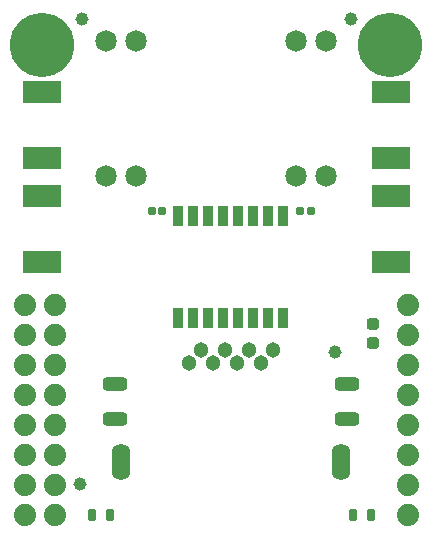
<source format=gts>
G04*
G04 #@! TF.GenerationSoftware,Altium Limited,Altium Designer,21.7.2 (23)*
G04*
G04 Layer_Color=8388736*
%FSLAX25Y25*%
%MOIN*%
G70*
G04*
G04 #@! TF.SameCoordinates,CC107787-991B-443C-84B7-B8317AFA6C2B*
G04*
G04*
G04 #@! TF.FilePolarity,Negative*
G04*
G01*
G75*
%ADD26R,0.03353X0.06896*%
%ADD27R,0.12998X0.07487*%
G04:AMPARAMS|DCode=28|XSize=43.37mil|YSize=82.74mil|CornerRadius=11.84mil|HoleSize=0mil|Usage=FLASHONLY|Rotation=270.000|XOffset=0mil|YOffset=0mil|HoleType=Round|Shape=RoundedRectangle|*
%AMROUNDEDRECTD28*
21,1,0.04337,0.05906,0,0,270.0*
21,1,0.01968,0.08274,0,0,270.0*
1,1,0.02368,-0.02953,-0.00984*
1,1,0.02368,-0.02953,0.00984*
1,1,0.02368,0.02953,0.00984*
1,1,0.02368,0.02953,-0.00984*
%
%ADD28ROUNDEDRECTD28*%
G04:AMPARAMS|DCode=29|XSize=38.19mil|YSize=42.13mil|CornerRadius=10.7mil|HoleSize=0mil|Usage=FLASHONLY|Rotation=270.000|XOffset=0mil|YOffset=0mil|HoleType=Round|Shape=RoundedRectangle|*
%AMROUNDEDRECTD29*
21,1,0.03819,0.02072,0,0,270.0*
21,1,0.01678,0.04213,0,0,270.0*
1,1,0.02141,-0.01036,-0.00839*
1,1,0.02141,-0.01036,0.00839*
1,1,0.02141,0.01036,0.00839*
1,1,0.02141,0.01036,-0.00839*
%
%ADD29ROUNDEDRECTD29*%
G04:AMPARAMS|DCode=30|XSize=29mil|YSize=39mil|CornerRadius=8.25mil|HoleSize=0mil|Usage=FLASHONLY|Rotation=180.000|XOffset=0mil|YOffset=0mil|HoleType=Round|Shape=RoundedRectangle|*
%AMROUNDEDRECTD30*
21,1,0.02900,0.02250,0,0,180.0*
21,1,0.01250,0.03900,0,0,180.0*
1,1,0.01650,-0.00625,0.01125*
1,1,0.01650,0.00625,0.01125*
1,1,0.01650,0.00625,-0.01125*
1,1,0.01650,-0.00625,-0.01125*
%
%ADD30ROUNDEDRECTD30*%
G04:AMPARAMS|DCode=31|XSize=28.74mil|YSize=26.77mil|CornerRadius=7.91mil|HoleSize=0mil|Usage=FLASHONLY|Rotation=180.000|XOffset=0mil|YOffset=0mil|HoleType=Round|Shape=RoundedRectangle|*
%AMROUNDEDRECTD31*
21,1,0.02874,0.01096,0,0,180.0*
21,1,0.01293,0.02677,0,0,180.0*
1,1,0.01581,-0.00647,0.00548*
1,1,0.01581,0.00647,0.00548*
1,1,0.01581,0.00647,-0.00548*
1,1,0.01581,-0.00647,-0.00548*
%
%ADD31ROUNDEDRECTD31*%
G04:AMPARAMS|DCode=32|XSize=43.37mil|YSize=43.37mil|CornerRadius=21.69mil|HoleSize=0mil|Usage=FLASHONLY|Rotation=0.000|XOffset=0mil|YOffset=0mil|HoleType=Round|Shape=RoundedRectangle|*
%AMROUNDEDRECTD32*
21,1,0.04337,0.00000,0,0,0.0*
21,1,0.00000,0.04337,0,0,0.0*
1,1,0.04337,0.00000,0.00000*
1,1,0.04337,0.00000,0.00000*
1,1,0.04337,0.00000,0.00000*
1,1,0.04337,0.00000,0.00000*
%
%ADD32ROUNDEDRECTD32*%
%ADD33C,0.21400*%
%ADD34C,0.07400*%
%ADD35O,0.06306X0.12211*%
%ADD36C,0.05124*%
%ADD37C,0.07191*%
D26*
X57300Y72047D02*
D03*
X62300D02*
D03*
X67300D02*
D03*
X72300D02*
D03*
X77300D02*
D03*
X82300D02*
D03*
X87300D02*
D03*
X92300D02*
D03*
Y105905D02*
D03*
X87300D02*
D03*
X82300D02*
D03*
X77300D02*
D03*
X72300D02*
D03*
X67300D02*
D03*
X62300D02*
D03*
X57300D02*
D03*
D27*
X128343Y112599D02*
D03*
Y90551D02*
D03*
X11808Y125196D02*
D03*
Y147244D02*
D03*
Y112599D02*
D03*
Y90551D02*
D03*
X128343Y125196D02*
D03*
Y147244D02*
D03*
D28*
X113383Y49999D02*
D03*
Y38188D02*
D03*
X36217Y50000D02*
D03*
Y38189D02*
D03*
D29*
X122044Y63779D02*
D03*
Y69882D02*
D03*
D30*
X121500Y6299D02*
D03*
X115500D02*
D03*
X28493Y6299D02*
D03*
X34493D02*
D03*
D31*
X48584Y107700D02*
D03*
X52009D02*
D03*
X101409Y107500D02*
D03*
X97984D02*
D03*
D32*
X24406Y16535D02*
D03*
X109446Y60630D02*
D03*
X114957Y171654D02*
D03*
X25194D02*
D03*
D33*
X127997Y163000D02*
D03*
X11997D02*
D03*
D34*
X16296Y6299D02*
D03*
Y16299D02*
D03*
Y26299D02*
D03*
Y36299D02*
D03*
Y46299D02*
D03*
Y56299D02*
D03*
Y66299D02*
D03*
Y76299D02*
D03*
X133855Y6299D02*
D03*
Y16299D02*
D03*
Y26299D02*
D03*
Y36299D02*
D03*
Y46299D02*
D03*
Y56299D02*
D03*
Y66299D02*
D03*
Y76299D02*
D03*
X6296Y6299D02*
D03*
Y16299D02*
D03*
Y26299D02*
D03*
Y36299D02*
D03*
Y46299D02*
D03*
Y56299D02*
D03*
Y66299D02*
D03*
Y76299D02*
D03*
D35*
X111615Y24015D02*
D03*
X38229D02*
D03*
D36*
X60863Y57086D02*
D03*
X64879Y61418D02*
D03*
X68894Y57086D02*
D03*
X72910Y61418D02*
D03*
X76926Y57086D02*
D03*
X80941Y61418D02*
D03*
X84957Y57086D02*
D03*
X88973Y61418D02*
D03*
D37*
X106690Y119370D02*
D03*
X96690D02*
D03*
X43265D02*
D03*
X33265D02*
D03*
Y164173D02*
D03*
X43265D02*
D03*
X96690D02*
D03*
X106690D02*
D03*
M02*

</source>
